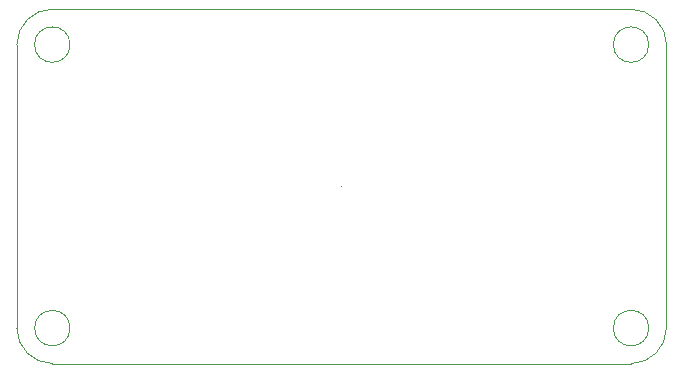
<source format=gbr>
%TF.GenerationSoftware,KiCad,Pcbnew,8.0.7*%
%TF.CreationDate,2025-01-20T20:20:35+03:00*%
%TF.ProjectId,PUBG_KEY,50554247-5f4b-4455-992e-6b696361645f,rev?*%
%TF.SameCoordinates,Original*%
%TF.FileFunction,Profile,NP*%
%FSLAX46Y46*%
G04 Gerber Fmt 4.6, Leading zero omitted, Abs format (unit mm)*
G04 Created by KiCad (PCBNEW 8.0.7) date 2025-01-20 20:20:35*
%MOMM*%
%LPD*%
G01*
G04 APERTURE LIST*
%TA.AperFunction,Profile*%
%ADD10C,0.100000*%
%TD*%
%TA.AperFunction,Profile*%
%ADD11C,0.010050*%
%TD*%
G04 APERTURE END LIST*
D10*
X99530000Y-96670000D02*
X102530000Y-96670000D01*
D11*
X78035025Y-81670000D02*
G75*
G02*
X78024975Y-81670000I-5025J0D01*
G01*
X78024975Y-81670000D02*
G75*
G02*
X78035025Y-81670000I5025J0D01*
G01*
D10*
X104030000Y-69670000D02*
G75*
G02*
X101030000Y-69670000I-1500000J0D01*
G01*
X101030000Y-69670000D02*
G75*
G02*
X104030000Y-69670000I1500000J0D01*
G01*
X105530000Y-93670000D02*
X105530000Y-69670000D01*
X102530000Y-66670000D02*
X99530000Y-66670000D01*
X56530000Y-96670000D02*
X99530000Y-96670000D01*
X99530000Y-66670000D02*
X56530000Y-66670000D01*
X50530000Y-69670000D02*
G75*
G02*
X53530000Y-66670000I3000000J0D01*
G01*
X55030000Y-93670000D02*
G75*
G02*
X52030000Y-93670000I-1500000J0D01*
G01*
X52030000Y-93670000D02*
G75*
G02*
X55030000Y-93670000I1500000J0D01*
G01*
X105530000Y-93670000D02*
G75*
G02*
X102530000Y-96670000I-3000000J0D01*
G01*
X50530000Y-69670000D02*
X50530000Y-93670000D01*
X56530000Y-96670000D02*
X53530000Y-96670000D01*
X55030000Y-69670000D02*
G75*
G02*
X52030000Y-69670000I-1500000J0D01*
G01*
X52030000Y-69670000D02*
G75*
G02*
X55030000Y-69670000I1500000J0D01*
G01*
X53530000Y-96670000D02*
G75*
G02*
X50530000Y-93670000I0J3000000D01*
G01*
X102530000Y-66670000D02*
G75*
G02*
X105530000Y-69670000I0J-3000000D01*
G01*
X104030000Y-93670000D02*
G75*
G02*
X101030000Y-93670000I-1500000J0D01*
G01*
X101030000Y-93670000D02*
G75*
G02*
X104030000Y-93670000I1500000J0D01*
G01*
X56530000Y-66670000D02*
X53530000Y-66670000D01*
M02*

</source>
